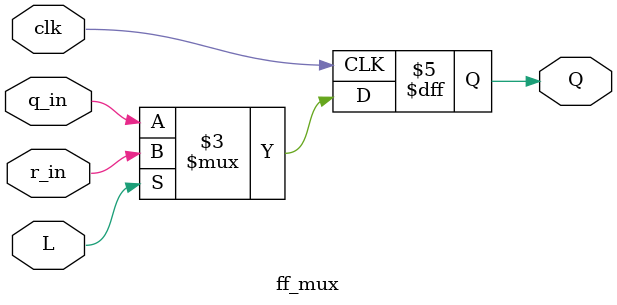
<source format=v>
module top_module (
	input [2:0] SW,      // R
	input [1:0] KEY,     // L and clk
	output [2:0] LEDR);  // Q

    ff_mux inst0 (KEY[0] , KEY[1] , SW[0] , LEDR[2] , LEDR[0]);
    ff_mux inst1 (KEY[0] , KEY[1] , SW[1] , LEDR[0] , LEDR[1]);
    ff_mux inst2 (KEY[0] , KEY[1] , SW[2] , LEDR[2]^LEDR[1] , LEDR[2]);

endmodule

module ff_mux (
	input clk,
	input L,
	input r_in,
	input q_in,
	output reg Q);

    always@(posedge clk) begin
        if(L)
            Q <= r_in;
        else
            Q <= q_in;
    end
endmodule
</source>
